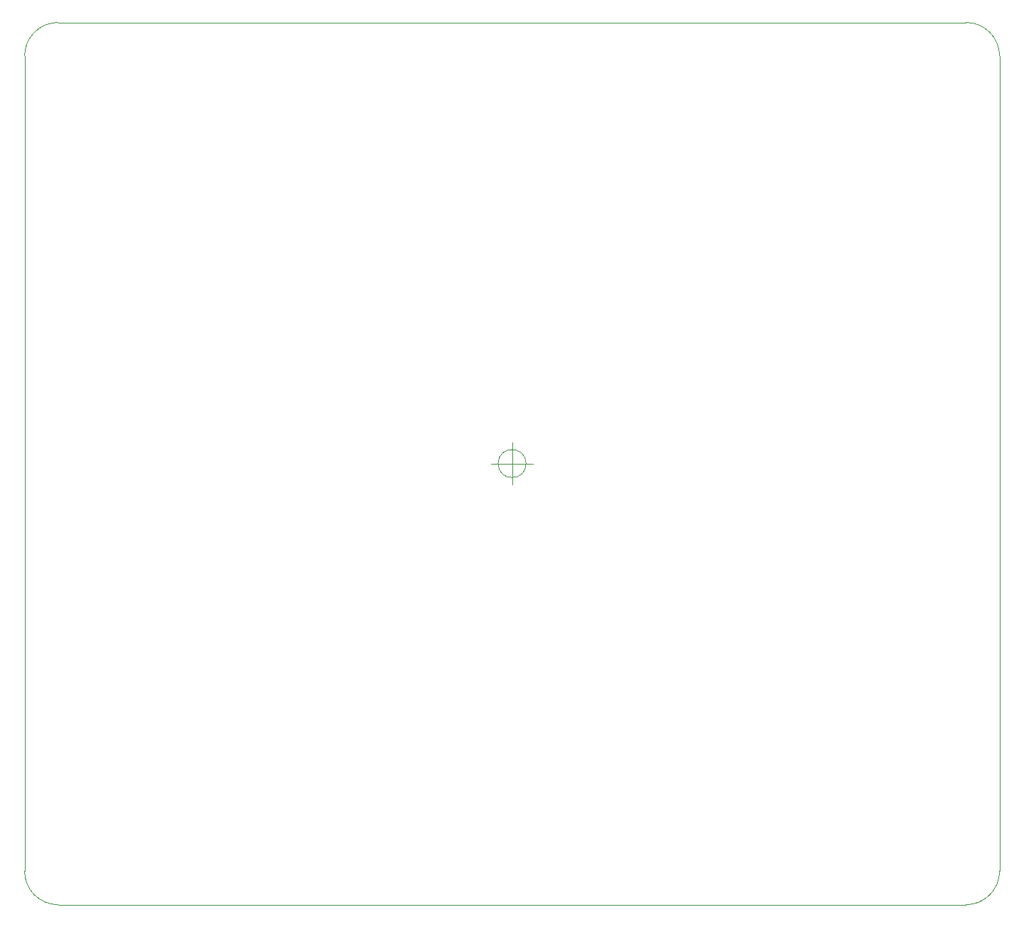
<source format=gbr>
%TF.GenerationSoftware,KiCad,Pcbnew,5.1.12-84ad8e8a86~92~ubuntu20.04.1*%
%TF.CreationDate,2021-12-20T15:55:19+05:30*%
%TF.ProjectId,veloce,76656c6f-6365-42e6-9b69-6361645f7063,v2*%
%TF.SameCoordinates,Original*%
%TF.FileFunction,Profile,NP*%
%FSLAX46Y46*%
G04 Gerber Fmt 4.6, Leading zero omitted, Abs format (unit mm)*
G04 Created by KiCad (PCBNEW 5.1.12-84ad8e8a86~92~ubuntu20.04.1) date 2021-12-20 15:55:19*
%MOMM*%
%LPD*%
G01*
G04 APERTURE LIST*
%TA.AperFunction,Profile*%
%ADD10C,0.050000*%
%TD*%
G04 APERTURE END LIST*
D10*
X158000000Y-148500000D02*
X158000000Y-51500000D01*
X42000000Y-51500000D02*
X42000000Y-148500000D01*
X158000000Y-148500000D02*
G75*
G02*
X154000000Y-152500000I-4000000J0D01*
G01*
X154000000Y-47500000D02*
G75*
G02*
X158000000Y-51500000I0J-4000000D01*
G01*
X46000000Y-152500000D02*
G75*
G02*
X42000000Y-148500000I0J4000000D01*
G01*
X42000000Y-51500000D02*
G75*
G02*
X46000000Y-47500000I4000000J0D01*
G01*
X101666666Y-100000000D02*
G75*
G03*
X101666666Y-100000000I-1666666J0D01*
G01*
X97500000Y-100000000D02*
X102500000Y-100000000D01*
X100000000Y-97500000D02*
X100000000Y-102500000D01*
X46000000Y-152500000D02*
X154000000Y-152500000D01*
X154000000Y-47500000D02*
X46000000Y-47500000D01*
M02*

</source>
